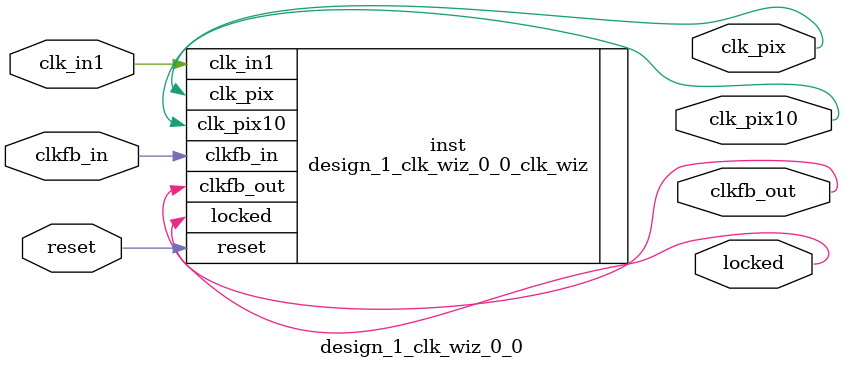
<source format=v>


`timescale 1ps/1ps

(* CORE_GENERATION_INFO = "design_1_clk_wiz_0_0,clk_wiz_v6_0_0_0,{component_name=design_1_clk_wiz_0_0,use_phase_alignment=true,use_min_o_jitter=false,use_max_i_jitter=false,use_dyn_phase_shift=false,use_inclk_switchover=false,use_dyn_reconfig=false,enable_axi=0,feedback_source=FDBK_ONCHIP,PRIMITIVE=MMCM,num_out_clk=2,clkin1_period=13.468,clkin2_period=10.000,use_power_down=false,use_reset=true,use_locked=true,use_inclk_stopped=false,feedback_type=SINGLE,CLOCK_MGR_TYPE=NA,manual_override=false}" *)

module design_1_clk_wiz_0_0 
 (
  input         clkfb_in,
  // Clock out ports
  output        clk_pix10,
  output        clk_pix,
  output        clkfb_out,
  // Status and control signals
  input         reset,
  output        locked,
 // Clock in ports
  input         clk_in1
 );

  design_1_clk_wiz_0_0_clk_wiz inst
  (
  .clkfb_in(clkfb_in),
  // Clock out ports  
  .clk_pix10(clk_pix10),
  .clk_pix(clk_pix),
  .clkfb_out(clkfb_out),
  // Status and control signals               
  .reset(reset), 
  .locked(locked),
 // Clock in ports
  .clk_in1(clk_in1)
  );

endmodule

</source>
